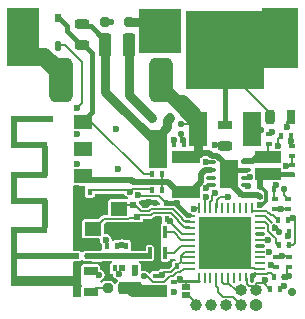
<source format=gtl>
G04 Layer_Physical_Order=1*
G04 Layer_Color=255*
%FSLAX43Y43*%
%MOMM*%
G71*
G01*
G75*
%ADD10R,1.500X3.200*%
%ADD11R,1.500X1.200*%
%ADD12R,3.000X3.800*%
%ADD13R,0.450X0.500*%
G04:AMPARAMS|DCode=14|XSize=2mm|YSize=3.75mm|CornerRadius=0.5mm|HoleSize=0mm|Usage=FLASHONLY|Rotation=180.000|XOffset=0mm|YOffset=0mm|HoleType=Round|Shape=RoundedRectangle|*
%AMROUNDEDRECTD14*
21,1,2.000,2.750,0,0,180.0*
21,1,1.000,3.750,0,0,180.0*
1,1,1.000,-0.500,1.375*
1,1,1.000,0.500,1.375*
1,1,1.000,0.500,-1.375*
1,1,1.000,-0.500,-1.375*
%
%ADD14ROUNDEDRECTD14*%
%ADD15R,1.650X2.400*%
%ADD16O,0.850X0.300*%
%ADD17R,1.000X1.000*%
G04:AMPARAMS|DCode=18|XSize=0.8mm|YSize=0.8mm|CornerRadius=0.2mm|HoleSize=0mm|Usage=FLASHONLY|Rotation=90.000|XOffset=0mm|YOffset=0mm|HoleType=Round|Shape=RoundedRectangle|*
%AMROUNDEDRECTD18*
21,1,0.800,0.400,0,0,90.0*
21,1,0.400,0.800,0,0,90.0*
1,1,0.400,0.200,0.200*
1,1,0.400,0.200,-0.200*
1,1,0.400,-0.200,-0.200*
1,1,0.400,-0.200,0.200*
%
%ADD18ROUNDEDRECTD18*%
G04:AMPARAMS|DCode=19|XSize=1.1mm|YSize=2mm|CornerRadius=0.275mm|HoleSize=0mm|Usage=FLASHONLY|Rotation=90.000|XOffset=0mm|YOffset=0mm|HoleType=Round|Shape=RoundedRectangle|*
%AMROUNDEDRECTD19*
21,1,1.100,1.450,0,0,90.0*
21,1,0.550,2.000,0,0,90.0*
1,1,0.550,0.725,0.275*
1,1,0.550,0.725,-0.275*
1,1,0.550,-0.725,-0.275*
1,1,0.550,-0.725,0.275*
%
%ADD19ROUNDEDRECTD19*%
%ADD20R,1.194X0.787*%
G04:AMPARAMS|DCode=21|XSize=1.1mm|YSize=2mm|CornerRadius=0.275mm|HoleSize=0mm|Usage=FLASHONLY|Rotation=0.000|XOffset=0mm|YOffset=0mm|HoleType=Round|Shape=RoundedRectangle|*
%AMROUNDEDRECTD21*
21,1,1.100,1.450,0,0,0.0*
21,1,0.550,2.000,0,0,0.0*
1,1,0.550,0.275,-0.725*
1,1,0.550,-0.275,-0.725*
1,1,0.550,-0.275,0.725*
1,1,0.550,0.275,0.725*
%
%ADD21ROUNDEDRECTD21*%
G04:AMPARAMS|DCode=22|XSize=0.8mm|YSize=0.8mm|CornerRadius=0.2mm|HoleSize=0mm|Usage=FLASHONLY|Rotation=0.000|XOffset=0mm|YOffset=0mm|HoleType=Round|Shape=RoundedRectangle|*
%AMROUNDEDRECTD22*
21,1,0.800,0.400,0,0,0.0*
21,1,0.400,0.800,0,0,0.0*
1,1,0.400,0.200,-0.200*
1,1,0.400,-0.200,-0.200*
1,1,0.400,-0.200,0.200*
1,1,0.400,0.200,0.200*
%
%ADD22ROUNDEDRECTD22*%
%ADD23R,0.500X0.450*%
%ADD24R,0.350X1.000*%
%ADD25R,0.400X0.600*%
%ADD26R,2.200X1.000*%
%ADD27R,0.550X0.800*%
G04:AMPARAMS|DCode=28|XSize=0.8mm|YSize=0.55mm|CornerRadius=0.138mm|HoleSize=0mm|Usage=FLASHONLY|Rotation=270.000|XOffset=0mm|YOffset=0mm|HoleType=Round|Shape=RoundedRectangle|*
%AMROUNDEDRECTD28*
21,1,0.800,0.275,0,0,270.0*
21,1,0.525,0.550,0,0,270.0*
1,1,0.275,-0.138,-0.263*
1,1,0.275,-0.138,0.263*
1,1,0.275,0.138,0.263*
1,1,0.275,0.138,-0.263*
%
%ADD28ROUNDEDRECTD28*%
%ADD29R,1.600X3.000*%
%ADD30R,6.710X6.710*%
%ADD31R,0.600X0.600*%
%ADD32R,0.550X0.500*%
%ADD33R,0.500X0.550*%
%ADD34R,0.500X0.600*%
%ADD35R,4.500X4.500*%
G04:AMPARAMS|DCode=36|XSize=0.28mm|YSize=0.85mm|CornerRadius=0.07mm|HoleSize=0mm|Usage=FLASHONLY|Rotation=180.000|XOffset=0mm|YOffset=0mm|HoleType=Round|Shape=RoundedRectangle|*
%AMROUNDEDRECTD36*
21,1,0.280,0.710,0,0,180.0*
21,1,0.140,0.850,0,0,180.0*
1,1,0.140,-0.070,0.355*
1,1,0.140,0.070,0.355*
1,1,0.140,0.070,-0.355*
1,1,0.140,-0.070,-0.355*
%
%ADD36ROUNDEDRECTD36*%
%ADD37R,0.280X0.800*%
%ADD38R,0.280X0.850*%
%ADD39R,0.850X0.280*%
G04:AMPARAMS|DCode=40|XSize=0.28mm|YSize=0.85mm|CornerRadius=0.07mm|HoleSize=0mm|Usage=FLASHONLY|Rotation=270.000|XOffset=0mm|YOffset=0mm|HoleType=Round|Shape=RoundedRectangle|*
%AMROUNDEDRECTD40*
21,1,0.280,0.710,0,0,270.0*
21,1,0.140,0.850,0,0,270.0*
1,1,0.140,-0.355,-0.070*
1,1,0.140,-0.355,0.070*
1,1,0.140,0.355,0.070*
1,1,0.140,0.355,-0.070*
%
%ADD40ROUNDEDRECTD40*%
%ADD41R,1.400X1.200*%
%ADD42C,0.700*%
G04:AMPARAMS|DCode=43|XSize=0.5mm|YSize=0.45mm|CornerRadius=0.113mm|HoleSize=0mm|Usage=FLASHONLY|Rotation=90.000|XOffset=0mm|YOffset=0mm|HoleType=Round|Shape=RoundedRectangle|*
%AMROUNDEDRECTD43*
21,1,0.500,0.225,0,0,90.0*
21,1,0.275,0.450,0,0,90.0*
1,1,0.225,0.113,0.138*
1,1,0.225,0.113,-0.138*
1,1,0.225,-0.113,-0.138*
1,1,0.225,-0.113,0.138*
%
%ADD43ROUNDEDRECTD43*%
%ADD44R,2.489X0.991*%
G04:AMPARAMS|DCode=45|XSize=0.787mm|YSize=1.194mm|CornerRadius=0.197mm|HoleSize=0mm|Usage=FLASHONLY|Rotation=90.000|XOffset=0mm|YOffset=0mm|HoleType=Round|Shape=RoundedRectangle|*
%AMROUNDEDRECTD45*
21,1,0.787,0.800,0,0,90.0*
21,1,0.394,1.194,0,0,90.0*
1,1,0.394,0.400,0.197*
1,1,0.394,0.400,-0.197*
1,1,0.394,-0.400,-0.197*
1,1,0.394,-0.400,0.197*
%
%ADD45ROUNDEDRECTD45*%
G04:AMPARAMS|DCode=46|XSize=0.5mm|YSize=0.45mm|CornerRadius=0.113mm|HoleSize=0mm|Usage=FLASHONLY|Rotation=180.000|XOffset=0mm|YOffset=0mm|HoleType=Round|Shape=RoundedRectangle|*
%AMROUNDEDRECTD46*
21,1,0.500,0.225,0,0,180.0*
21,1,0.275,0.450,0,0,180.0*
1,1,0.225,-0.138,0.113*
1,1,0.225,0.138,0.113*
1,1,0.225,0.138,-0.113*
1,1,0.225,-0.138,-0.113*
%
%ADD46ROUNDEDRECTD46*%
%ADD47R,0.787X1.194*%
G04:AMPARAMS|DCode=48|XSize=0.787mm|YSize=1.194mm|CornerRadius=0.197mm|HoleSize=0mm|Usage=FLASHONLY|Rotation=180.000|XOffset=0mm|YOffset=0mm|HoleType=Round|Shape=RoundedRectangle|*
%AMROUNDEDRECTD48*
21,1,0.787,0.800,0,0,180.0*
21,1,0.394,1.194,0,0,180.0*
1,1,0.394,-0.197,0.400*
1,1,0.394,0.197,0.400*
1,1,0.394,0.197,-0.400*
1,1,0.394,-0.197,-0.400*
%
%ADD48ROUNDEDRECTD48*%
G04:AMPARAMS|DCode=49|XSize=0.711mm|YSize=0.787mm|CornerRadius=0.178mm|HoleSize=0mm|Usage=FLASHONLY|Rotation=0.000|XOffset=0mm|YOffset=0mm|HoleType=Round|Shape=RoundedRectangle|*
%AMROUNDEDRECTD49*
21,1,0.711,0.432,0,0,0.0*
21,1,0.356,0.787,0,0,0.0*
1,1,0.356,0.178,-0.216*
1,1,0.356,-0.178,-0.216*
1,1,0.356,-0.178,0.216*
1,1,0.356,0.178,0.216*
%
%ADD49ROUNDEDRECTD49*%
%ADD50R,0.500X0.900*%
%ADD51R,0.500X0.500*%
%ADD52R,0.700X0.475*%
%ADD53C,0.400*%
%ADD54C,0.200*%
%ADD55C,0.300*%
%ADD56C,0.800*%
%ADD57C,0.500*%
%ADD58C,1.000*%
%ADD59C,1.500*%
%ADD60C,1.200*%
%ADD61C,0.150*%
%ADD62C,0.250*%
%ADD63R,0.625X2.775*%
%ADD64R,0.550X4.425*%
%ADD65R,2.125X1.000*%
%ADD66R,3.575X3.825*%
%ADD67R,2.700X5.000*%
%ADD68R,3.075X5.175*%
%ADD69R,5.200X0.500*%
%ADD70R,5.200X0.900*%
%ADD71R,3.140X0.500*%
%ADD72R,0.500X2.500*%
%ADD73R,0.500X2.700*%
%ADD74R,3.135X0.500*%
%ADD75R,0.500X5.000*%
%ADD76R,0.500X2.400*%
%ADD77R,3.365X0.500*%
%ADD78C,1.000*%
%ADD79O,1.000X0.950*%
%ADD80O,1.100X1.000*%
%ADD81C,0.600*%
G36*
X13303Y6625D02*
X13319Y6547D01*
X13322Y6446D01*
X13272Y6405D01*
X13256Y6394D01*
X13212Y6328D01*
X13196Y6250D01*
Y5250D01*
X13200Y5230D01*
Y4470D01*
X13196Y4450D01*
Y3475D01*
Y3450D01*
X13212Y3372D01*
X13256Y3306D01*
X13322Y3262D01*
X13400Y3246D01*
X13750D01*
X13828Y3262D01*
X13894Y3306D01*
X13938Y3372D01*
X13948Y3420D01*
D01*
X13954Y3450D01*
Y3475D01*
X14422D01*
X14484Y3348D01*
X14449Y3304D01*
X14325D01*
X14247Y3288D01*
X14181Y3244D01*
X14137Y3178D01*
X14121Y3100D01*
Y2854D01*
X13923Y2656D01*
X13827D01*
X13827Y2656D01*
X13710Y2633D01*
X13707Y2631D01*
X13500D01*
X13410Y2613D01*
X13300Y2635D01*
X13105Y2596D01*
X12940Y2485D01*
X12935Y2479D01*
X12575D01*
X12497Y2463D01*
X12431Y2419D01*
X12387Y2353D01*
X12373Y2286D01*
X12324Y2255D01*
X12254Y2225D01*
X12238Y2241D01*
X12174Y2284D01*
X12138Y2338D01*
X12034Y2407D01*
X11913Y2431D01*
X11637D01*
X11631Y2430D01*
X11504Y2534D01*
Y2676D01*
Y2975D01*
X11488Y3053D01*
X11444Y3119D01*
X11378Y3163D01*
X11369Y3165D01*
X11382Y3292D01*
X12089D01*
X12100Y3288D01*
X12450D01*
X12565Y3335D01*
X12612Y3450D01*
Y4450D01*
X12565Y4565D01*
X12450Y4612D01*
X12100D01*
X11985Y4565D01*
X11938Y4450D01*
Y4108D01*
X10695D01*
X10674Y4135D01*
X10639Y4235D01*
X10663Y4272D01*
X10679Y4350D01*
Y4850D01*
X10663Y4928D01*
X10619Y4994D01*
X10553Y5038D01*
X10475Y5054D01*
X10183D01*
X10120Y5096D01*
X9925Y5135D01*
X9730Y5096D01*
X9667Y5054D01*
X9300D01*
X9222Y5038D01*
X9176Y5008D01*
X9100Y5038D01*
X9059Y5071D01*
X9060Y5075D01*
X9021Y5270D01*
X8910Y5435D01*
X8745Y5546D01*
X8550Y5585D01*
X8476Y5570D01*
X8349Y5674D01*
Y6396D01*
X8522Y6569D01*
X10449D01*
X10449Y6569D01*
X10566Y6592D01*
X10568Y6594D01*
X10861D01*
X10872Y6587D01*
X10950Y6571D01*
X11500D01*
X11578Y6587D01*
X11644Y6631D01*
X11688Y6697D01*
X11704Y6775D01*
Y6894D01*
X12379D01*
X12379Y6894D01*
X12496Y6917D01*
X12595Y6984D01*
X12637Y7025D01*
X13303D01*
Y6625D01*
D02*
G37*
G36*
X6570Y3372D02*
X6585Y3335D01*
X6700Y3288D01*
X7150D01*
X7161Y3292D01*
X7382D01*
X7385Y3285D01*
X7500Y3238D01*
X8100D01*
X8215Y3285D01*
X8218Y3292D01*
X9043D01*
X9056Y3165D01*
X9047Y3163D01*
X8981Y3119D01*
X8937Y3053D01*
X8921Y2975D01*
Y2375D01*
X8937Y2297D01*
X8981Y2231D01*
X9047Y2187D01*
X9125Y2171D01*
X9151D01*
X9179Y2030D01*
X9290Y1865D01*
X9455Y1754D01*
X9496Y1746D01*
X9533Y1617D01*
X9428Y1460D01*
X9407Y1355D01*
X9277D01*
X9277Y1356D01*
X9188Y1488D01*
X9056Y1577D01*
X8900Y1608D01*
X8500D01*
X8344Y1577D01*
X8212Y1488D01*
X8202Y1474D01*
X8075Y1513D01*
Y1645D01*
X8120Y1654D01*
X8285Y1765D01*
X8396Y1930D01*
X8435Y2125D01*
X8396Y2320D01*
X8285Y2485D01*
X8120Y2596D01*
X8051Y2610D01*
Y2808D01*
X8043Y2848D01*
X8035Y2886D01*
X7991Y2952D01*
X7925Y2996D01*
X7847Y3012D01*
X6653D01*
X6575Y2996D01*
X6509Y2952D01*
X6465Y2886D01*
X6449Y2808D01*
Y2020D01*
X6463Y1950D01*
X6475Y1825D01*
X6475Y1825D01*
Y1275D01*
X6515Y1235D01*
X6509Y1174D01*
X6465Y1108D01*
X6449Y1030D01*
Y255D01*
X5800D01*
Y2640D01*
Y3172D01*
X5850Y3288D01*
X6300D01*
X6415Y3335D01*
X6431Y3375D01*
X6569D01*
X6570Y3372D01*
D02*
G37*
G36*
X6812Y9523D02*
X6806Y9519D01*
X6762Y9453D01*
X6746Y9375D01*
Y8875D01*
X6762Y8797D01*
X6806Y8731D01*
X6872Y8687D01*
X6950Y8671D01*
X7400D01*
X7478Y8687D01*
X7544Y8731D01*
X7588Y8797D01*
X7604Y8875D01*
Y8969D01*
X10101D01*
X10104Y8955D01*
X10215Y8790D01*
X10380Y8679D01*
X10408Y8673D01*
X10430Y8540D01*
X10394Y8519D01*
X10345Y8529D01*
X8945D01*
X8867Y8513D01*
X8801Y8469D01*
X8757Y8403D01*
X8741Y8325D01*
Y7181D01*
X8395D01*
X8278Y7158D01*
X8179Y7091D01*
X8179Y7091D01*
X7916Y6829D01*
X6745D01*
X6667Y6813D01*
X6601Y6769D01*
X6557Y6703D01*
X6541Y6625D01*
Y5425D01*
X6557Y5347D01*
X6601Y5281D01*
X6667Y5237D01*
X6745Y5221D01*
X7969D01*
X8050Y5123D01*
X8040Y5075D01*
X8079Y4880D01*
X8190Y4715D01*
X8246Y4677D01*
Y4350D01*
X8262Y4272D01*
X8177Y4169D01*
X8132Y4149D01*
X8100Y4162D01*
X7500D01*
X7385Y4115D01*
X7382Y4108D01*
X7161D01*
X7150Y4112D01*
X6700D01*
X6585Y4065D01*
X6569Y4025D01*
X6431D01*
D01*
X6415Y4065D01*
X6300Y4112D01*
X5913D01*
X5912Y4112D01*
X5800D01*
Y6475D01*
Y9650D01*
X6773D01*
X6812Y9523D01*
D02*
G37*
G36*
X13171Y8221D02*
Y8031D01*
X12409D01*
X12292Y8007D01*
X12193Y7941D01*
X12193Y7941D01*
X12107Y7856D01*
X11648D01*
X11329Y8175D01*
Y8350D01*
X11324Y8375D01*
X11470Y8404D01*
X11605Y8494D01*
X12898D01*
X13171Y8221D01*
D02*
G37*
D10*
X13000Y12800D02*
D03*
D11*
X6600Y10500D02*
D03*
Y12800D02*
D03*
Y15100D02*
D03*
D12*
X13175Y22750D02*
D03*
D13*
X23125Y6800D02*
D03*
X23975D02*
D03*
X9525Y4600D02*
D03*
X8675D02*
D03*
X10250Y4600D02*
D03*
X11100D02*
D03*
X22475Y925D02*
D03*
X23325D02*
D03*
X13700Y2850D02*
D03*
X14550D02*
D03*
X13600Y8225D02*
D03*
X12750D02*
D03*
X13732Y6875D02*
D03*
X12882D02*
D03*
X22750Y1925D02*
D03*
X23600D02*
D03*
X24025Y5750D02*
D03*
X23350Y13900D02*
D03*
X24200D02*
D03*
X12475Y10625D02*
D03*
X13325D02*
D03*
X6925Y3700D02*
D03*
X6075D02*
D03*
X22800Y9425D02*
D03*
X23175Y4675D02*
D03*
X24025D02*
D03*
X7175Y9125D02*
D03*
X6325D02*
D03*
X15125Y13200D02*
D03*
X14275D02*
D03*
X12475Y9300D02*
D03*
X13325D02*
D03*
D14*
X13250Y18650D02*
D03*
X4750D02*
D03*
D15*
X18950Y10675D02*
D03*
D16*
X20425Y11650D02*
D03*
Y11000D02*
D03*
Y10350D02*
D03*
Y9700D02*
D03*
X17475D02*
D03*
Y10350D02*
D03*
Y11000D02*
D03*
Y11650D02*
D03*
D17*
X12500Y750D02*
D03*
D18*
X8700Y1000D02*
D03*
D19*
X10600D02*
D03*
D20*
X7250Y636D02*
D03*
Y2414D02*
D03*
X18625Y14789D02*
D03*
D21*
X10500Y21600D02*
D03*
X8500D02*
D03*
D22*
X10500Y23500D02*
D03*
X8500D02*
D03*
D23*
X24275Y10550D02*
D03*
Y11400D02*
D03*
X22875Y7675D02*
D03*
Y8525D02*
D03*
X21575Y8750D02*
D03*
Y9600D02*
D03*
X22400Y13225D02*
D03*
Y14075D02*
D03*
X23950Y7700D02*
D03*
Y8550D02*
D03*
X14325Y1525D02*
D03*
Y675D02*
D03*
X12825Y2050D02*
D03*
Y2900D02*
D03*
X24025Y3650D02*
D03*
Y2800D02*
D03*
X11775Y2850D02*
D03*
X22975Y2800D02*
D03*
Y3650D02*
D03*
X24275Y12175D02*
D03*
Y13025D02*
D03*
D24*
X12275Y5750D02*
D03*
X12925D02*
D03*
X12275Y3950D02*
D03*
X12925D02*
D03*
X13575D02*
D03*
Y5750D02*
D03*
D25*
X9325Y2675D02*
D03*
X8625D02*
D03*
D26*
X22275Y12100D02*
D03*
Y10700D02*
D03*
D27*
X4525Y23875D02*
D03*
D28*
Y21525D02*
D03*
D29*
X16345Y14500D02*
D03*
X20905D02*
D03*
D30*
X18625Y21150D02*
D03*
D31*
X7800Y3700D02*
D03*
Y4700D02*
D03*
D32*
X11225Y6025D02*
D03*
Y7025D02*
D03*
D33*
X11875Y8075D02*
D03*
X10875D02*
D03*
D34*
X9950Y2675D02*
D03*
X11050D02*
D03*
D35*
X18650Y4850D02*
D03*
D36*
X20900Y1875D02*
D03*
D37*
X20400Y1900D02*
D03*
X19900D02*
D03*
D38*
X19400Y1875D02*
D03*
X18900D02*
D03*
X18400D02*
D03*
X17900D02*
D03*
X17400D02*
D03*
X16900D02*
D03*
X16400D02*
D03*
Y7825D02*
D03*
X16900D02*
D03*
X17400D02*
D03*
X17900D02*
D03*
X18400D02*
D03*
X18900D02*
D03*
X19400D02*
D03*
X19900D02*
D03*
X20400D02*
D03*
X20900D02*
D03*
D39*
X15675Y2600D02*
D03*
Y3100D02*
D03*
Y3600D02*
D03*
Y4100D02*
D03*
Y4600D02*
D03*
Y5100D02*
D03*
Y5600D02*
D03*
Y6100D02*
D03*
Y6600D02*
D03*
Y7100D02*
D03*
X21625D02*
D03*
Y6600D02*
D03*
Y6100D02*
D03*
Y5100D02*
D03*
Y4100D02*
D03*
Y3600D02*
D03*
Y3100D02*
D03*
Y2600D02*
D03*
D40*
Y5600D02*
D03*
Y4600D02*
D03*
D41*
X7445Y6025D02*
D03*
X9645D02*
D03*
Y7725D02*
D03*
X7445D02*
D03*
D42*
X24300Y700D02*
D03*
D43*
X23175Y5750D02*
D03*
X23650Y9425D02*
D03*
D44*
X15325Y9126D02*
D03*
Y12124D02*
D03*
D45*
X6525Y21586D02*
D03*
Y23364D02*
D03*
X18625Y13011D02*
D03*
D46*
X11775Y2000D02*
D03*
X14875Y14900D02*
D03*
Y14050D02*
D03*
D47*
X24264Y15450D02*
D03*
D48*
X22486D02*
D03*
D49*
X12451Y15400D02*
D03*
X13949D02*
D03*
D50*
X5662Y1600D02*
D03*
D51*
Y3700D02*
D03*
D52*
X15350Y1125D02*
D03*
Y450D02*
D03*
D53*
X13650Y8175D02*
X14392D01*
X5250Y22750D02*
Y23200D01*
Y22750D02*
X6239Y21761D01*
X8500Y21600D02*
Y21950D01*
X7250Y23200D02*
X8500Y21950D01*
X6900Y23200D02*
X7250D01*
X15407Y7160D02*
X15621D01*
X7375Y15875D02*
Y20911D01*
X6600Y15100D02*
X7375Y15875D01*
X18625Y14789D02*
Y19650D01*
X16000Y12375D02*
X16345D01*
X15749Y12124D02*
X16000Y12375D01*
X15325Y12124D02*
X15749D01*
X21625Y10600D02*
X21725Y10700D01*
X22275D01*
X22425Y10900D02*
X22450Y10925D01*
X22425Y10700D02*
X24300D01*
X22425D02*
Y10900D01*
X6525Y23539D02*
X6561D01*
X6900Y23200D01*
X14392Y8175D02*
X15407Y7160D01*
X4525Y23925D02*
X5250Y23200D01*
X6239Y21761D02*
X6525D01*
X7375Y20911D01*
X22275Y12325D02*
X22450D01*
X19275Y11000D02*
X20425D01*
D54*
X13600Y8225D02*
X13650Y8175D01*
X14206Y7725D02*
X15000Y6931D01*
X12409Y7725D02*
X14206D01*
X14061Y7375D02*
X14650Y6786D01*
X12554Y7375D02*
X14061D01*
X12234Y7550D02*
X12409Y7725D01*
X12379Y7200D02*
X12554Y7375D01*
X11350Y8800D02*
X13025D01*
X14050Y2350D02*
X14550Y2850D01*
X13827Y2350D02*
X14050D01*
X13802Y2325D02*
X13827Y2350D01*
X13500Y2325D02*
X13802D01*
X13472Y1500D02*
X13972Y2000D01*
X14248D01*
X13300Y2125D02*
X13500Y2325D01*
X20500Y1709D02*
X20510Y1699D01*
Y1387D02*
Y1699D01*
Y1387D02*
X20697Y1200D01*
X6100Y16250D02*
X6525Y16675D01*
X7045Y8125D02*
X7445Y7725D01*
X6100Y8125D02*
X7045D01*
X11050Y4700D02*
X11100Y4650D01*
X11050Y4700D02*
Y5525D01*
X13325Y9300D02*
Y9975D01*
X11275Y8875D02*
X11350Y8800D01*
X13025D02*
X13600Y8225D01*
X10825Y9425D02*
X12325D01*
X10675Y9275D02*
X10825Y9425D01*
X7175Y9125D02*
X7325Y9275D01*
X14650Y6711D02*
Y6786D01*
X15000Y6856D02*
Y6931D01*
Y6356D02*
Y6361D01*
X14650Y6711D02*
X15000Y6361D01*
Y6856D02*
X15146Y6710D01*
X15565Y6210D02*
X15675Y6100D01*
X15146Y6210D02*
X15565D01*
X15000Y6356D02*
X15146Y6210D01*
Y6710D02*
X15565D01*
X12546Y1500D02*
X13472D01*
X12021Y2025D02*
X12546Y1500D01*
X24400Y4675D02*
X24525Y4800D01*
X22975Y9750D02*
X23025D01*
X20900Y7525D02*
X20935Y7490D01*
X20900Y7525D02*
Y7825D01*
X15945Y14900D02*
X16345Y14500D01*
X14875Y14900D02*
X15945D01*
X22725Y7200D02*
X23125Y6800D01*
X22522Y7200D02*
X22725D01*
X7250Y636D02*
X7614Y1000D01*
X8700D01*
X10449Y6875D02*
X10474Y6900D01*
X8395Y6875D02*
X10449D01*
X13325Y9975D02*
Y10625D01*
X11225Y7025D02*
X11400Y7200D01*
X12379D01*
X12250Y8275D02*
X12300Y8225D01*
X12750D01*
X11521Y7550D02*
X12234D01*
X6525Y16675D02*
Y20175D01*
X5125Y21575D02*
X6525Y20175D01*
X17825Y13150D02*
X18486D01*
X18625Y13011D01*
X18203Y8700D02*
X18900D01*
X17925Y8422D02*
X18203Y8700D01*
X17925Y7850D02*
Y8422D01*
X17900Y7825D02*
X17925Y7850D01*
X17575Y8850D02*
X17750Y9025D01*
X17575Y8447D02*
Y8850D01*
X17400Y8272D02*
X17575Y8447D01*
X17400Y7825D02*
Y8272D01*
X16900Y8550D02*
X17025Y8675D01*
X16900Y7825D02*
Y8550D01*
X23925Y2700D02*
X24025Y2800D01*
X23475Y3700D02*
X23975D01*
X24025Y3650D01*
X16000Y7700D02*
X16125Y7825D01*
X16400D01*
X22809Y5330D02*
X22925Y5215D01*
X22300Y5853D02*
X22793Y5360D01*
X22925Y4825D02*
Y5215D01*
Y4825D02*
X23075Y4675D01*
X22044Y6600D02*
X22300Y6344D01*
Y5853D02*
Y6344D01*
X22044Y7100D02*
X22650Y6494D01*
X21625Y7100D02*
X22044D01*
X21625Y6600D02*
X22044D01*
X23925Y14761D02*
Y15175D01*
X23957Y15143D02*
X24264Y15450D01*
X23926Y14601D02*
Y14760D01*
X23925Y14761D02*
X23926Y14760D01*
X23101Y13051D02*
Y13651D01*
X23350Y13900D01*
X18625Y19650D02*
Y21150D01*
Y19650D02*
X22486Y15789D01*
Y15450D02*
Y15789D01*
X24200Y13900D02*
X24275Y13825D01*
X22275Y12325D02*
Y13100D01*
X22400Y13225D01*
X22700Y9425D02*
X22800D01*
X22875Y7675D02*
X22900Y7700D01*
X23650Y8850D02*
X23950Y8550D01*
X23650Y8850D02*
Y9425D01*
X22800Y8600D02*
X22875Y8525D01*
X22800Y8600D02*
Y9425D01*
X9745Y7725D02*
X10095Y8075D01*
X10875D01*
X10996D01*
X11521Y7550D01*
X15129Y2600D02*
X15675D01*
X14248Y2000D02*
X14573Y2325D01*
X14854D01*
X15129Y2600D01*
X20800Y2700D02*
X21125D01*
X21200Y2625D01*
X21600D01*
X21625Y2600D01*
X14900Y3600D02*
X15675D01*
X13575Y3950D02*
X14275D01*
X14925Y4600D01*
X14925Y5100D02*
X15675D01*
X13575Y5750D02*
X14275D01*
X14925Y5100D01*
X15000Y5600D02*
X15675D01*
X15565Y6710D02*
X15675Y6600D01*
X14900Y3250D02*
X15050Y3100D01*
X15675D01*
X14925Y4600D02*
X15675D01*
X14900Y3250D02*
Y3600D01*
Y3750D02*
X15250Y4100D01*
X14900Y3600D02*
Y3750D01*
X15250Y4100D02*
X15675D01*
X6600Y15100D02*
X7325D01*
X11800Y10625D01*
X12475D01*
X12950Y13100D02*
X13000Y13050D01*
X20697Y1200D02*
X21103D01*
X21175D02*
X21375Y1400D01*
X21900D01*
X17900Y1203D02*
Y1875D01*
Y1203D02*
X18065Y1038D01*
Y635D02*
Y1038D01*
X21185Y2160D02*
X21235Y2210D01*
X22750Y1925D02*
Y2053D01*
X20500Y1709D02*
Y1875D01*
X23925Y4675D02*
X24025D01*
X24400D01*
X7445Y5925D02*
X8395Y6875D01*
X10474Y6900D02*
X11275D01*
X11775Y2025D02*
X12021D01*
X15350Y450D02*
X15474D01*
X16220Y-296D01*
Y-470D02*
Y-296D01*
X15350Y1125D02*
Y1400D01*
X15525Y1575D01*
X24525Y4800D02*
Y6800D01*
X20935Y7490D02*
X22154D01*
X22300Y7344D01*
X22378D01*
X22522Y7200D01*
X24375Y6950D02*
X24525Y6800D01*
X19200Y4300D02*
X20300Y3200D01*
X20725Y2775D01*
X13000Y13050D02*
X13605Y12445D01*
X14525Y2875D02*
X14900Y3250D01*
X13975Y6625D02*
X15000Y5600D01*
X20400Y1875D02*
X20500D01*
X21900Y1400D02*
X22475Y825D01*
X21235Y2210D02*
X22154D01*
X22219Y2275D01*
X22528D01*
X22750Y2053D01*
X7325Y9275D02*
X10675D01*
X12325Y9425D02*
X12475Y9275D01*
X23925Y15175D02*
X23957Y15143D01*
X24300Y11550D02*
Y12325D01*
X4525Y21575D02*
X5125D01*
X23925Y1925D02*
Y2700D01*
X22900Y7700D02*
X23950D01*
X24275Y13025D02*
Y13825D01*
D55*
X21625Y8050D02*
X21774D01*
X22125Y8401D01*
Y9099D01*
X21774Y9450D02*
X22125Y9099D01*
X21575Y9450D02*
Y9600D01*
X20900Y1875D02*
X21185Y2160D01*
X21575Y9450D02*
X21774D01*
D56*
X8500Y17625D02*
Y21600D01*
X12425Y23500D02*
X13175Y22750D01*
X10500Y23500D02*
X12425D01*
X12950Y13825D02*
X13750Y14625D01*
Y15201D01*
X13949Y15400D01*
X10500Y17351D02*
X12451Y15400D01*
X10500Y17351D02*
Y21600D01*
X8500Y17625D02*
X12950Y13175D01*
X13000Y13125D01*
Y12800D02*
Y13050D01*
Y13125D01*
X12950Y13100D02*
Y13175D01*
Y13825D01*
X16345Y12375D02*
Y14500D01*
D57*
X10725Y10125D02*
X10875Y9975D01*
X7225Y10125D02*
X10725D01*
X10875Y9975D02*
X13325D01*
X16925Y11000D02*
X17475D01*
X16575Y10650D02*
X16925Y11000D01*
X20050Y8900D02*
X21425D01*
X21575Y8750D01*
X13325Y9975D02*
X13825D01*
X17315Y12400D02*
X17515Y12200D01*
X16735Y12400D02*
X17315D01*
X23600Y1925D02*
X23925D01*
X21375Y12100D02*
X22275D01*
X17515Y12200D02*
X17978D01*
X16710Y12375D02*
X16735Y12400D01*
X15325Y12124D02*
Y12375D01*
X18950Y10675D02*
X19275Y11000D01*
X21000Y11725D02*
X21375Y12100D01*
X16575Y10000D02*
Y10650D01*
X15701Y9126D02*
X16575Y10000D01*
X15325Y9126D02*
X15701D01*
X18950Y10000D02*
Y10675D01*
X14674Y9126D02*
X15325D01*
X13825Y9975D02*
X14674Y9126D01*
X5662Y1600D02*
X6175D01*
X6200Y1575D01*
X6925Y3700D02*
X7800D01*
X12200D01*
X16345Y12375D02*
X16710D01*
X21625Y9575D02*
Y10600D01*
X20250Y11725D02*
X21000D01*
X15325Y12375D02*
X16000D01*
X17978Y12200D02*
X18950Y11228D01*
Y10000D02*
X20050Y8900D01*
X6550Y10800D02*
X7225Y10125D01*
D58*
X10600Y1000D02*
X10850Y750D01*
X12500D01*
D59*
X4750Y18650D02*
Y19190D01*
X3345Y20595D02*
X4750Y19190D01*
X2655Y20595D02*
X3345D01*
X1550Y21425D02*
X1825D01*
X14975Y16550D02*
X16345Y15180D01*
Y14500D02*
Y15180D01*
X1825Y21425D02*
X2655Y20595D01*
D60*
X14725Y16550D02*
X14975D01*
X13625Y17650D02*
X14725Y16550D01*
X13625Y17650D02*
Y18725D01*
D61*
X18900Y1438D02*
Y1875D01*
X19538Y800D02*
X20030D01*
X18532Y1350D02*
X18988D01*
X19538Y800D01*
X18400Y1482D02*
X18532Y1350D01*
X18400Y1482D02*
Y1875D01*
X18900Y1438D02*
X18988Y1350D01*
X18065Y635D02*
X18450Y250D01*
X19310D01*
X20030Y-470D01*
D62*
X14650Y1575D02*
X15525D01*
X16400D01*
X22675Y6386D02*
X23125Y5936D01*
D63*
X6113Y1720D02*
D03*
D64*
X12925Y4887D02*
D03*
D65*
X12688Y725D02*
D03*
D66*
X13137Y22737D02*
D03*
D67*
X1550Y22275D02*
D03*
D68*
X23263Y22163D02*
D03*
D69*
X3310Y3700D02*
D03*
D70*
X3313Y1600D02*
D03*
D71*
X2080Y13100D02*
D03*
Y8400D02*
D03*
Y10600D02*
D03*
D72*
X3400Y11800D02*
D03*
X760Y14300D02*
D03*
D73*
Y9500D02*
D03*
D74*
X2082Y5900D02*
D03*
D75*
X760Y3650D02*
D03*
D76*
X3400Y7245D02*
D03*
D77*
X2392Y15300D02*
D03*
D78*
X16220Y-470D02*
D03*
X17490D02*
D03*
X20030D02*
D03*
D79*
X18760D02*
D03*
X20030Y800D02*
D03*
X21300D02*
D03*
D80*
Y-470D02*
D03*
D81*
X12225Y8250D02*
D03*
X19975Y9000D02*
D03*
X17750Y9025D02*
D03*
X21625Y8050D02*
D03*
X9650Y2225D02*
D03*
X8300Y2775D02*
D03*
X11475Y4625D02*
D03*
X12925Y4850D02*
D03*
X6100Y16250D02*
D03*
Y500D02*
D03*
Y6600D02*
D03*
Y8125D02*
D03*
Y9450D02*
D03*
Y14025D02*
D03*
X10575Y6325D02*
D03*
Y9150D02*
D03*
X11275Y8875D02*
D03*
X17025Y11700D02*
D03*
X14300Y13575D02*
D03*
X12750Y950D02*
D03*
X12175Y525D02*
D03*
X2550Y21650D02*
D03*
X550Y20100D02*
D03*
X2550Y24400D02*
D03*
X550Y24425D02*
D03*
X24450Y20175D02*
D03*
X24425Y24400D02*
D03*
X13175Y22750D02*
D03*
X14625Y21125D02*
D03*
X11650D02*
D03*
X14625Y24300D02*
D03*
X11650D02*
D03*
X14000Y6650D02*
D03*
X14529Y8179D02*
D03*
X13300Y2125D02*
D03*
X20600Y9625D02*
D03*
X20725Y10375D02*
D03*
X19450Y9925D02*
D03*
X22975Y9750D02*
D03*
X8550Y5075D02*
D03*
X7250Y4650D02*
D03*
X7925Y2125D02*
D03*
X9925Y4625D02*
D03*
X11050Y5525D02*
D03*
X12175Y6450D02*
D03*
X11850Y5725D02*
D03*
X12925Y6425D02*
D03*
X15050Y13575D02*
D03*
X17825Y13150D02*
D03*
X18900Y8700D02*
D03*
X17025Y8675D02*
D03*
X24050Y2050D02*
D03*
X23475Y3700D02*
D03*
X21700Y18100D02*
D03*
X24225Y13450D02*
D03*
X23926Y14601D02*
D03*
X22651Y14251D02*
D03*
X21700Y14425D02*
D03*
X23101Y13051D02*
D03*
X23825Y11375D02*
D03*
X16735Y12400D02*
D03*
X23350Y7725D02*
D03*
X17050Y9475D02*
D03*
X8975Y23525D02*
D03*
X19450Y11425D02*
D03*
X18450D02*
D03*
Y9925D02*
D03*
X18950Y10675D02*
D03*
X15575Y22525D02*
D03*
Y18100D02*
D03*
X13425Y2875D02*
D03*
X17000Y6500D02*
D03*
X18100D02*
D03*
X19200D02*
D03*
X20300D02*
D03*
X17000Y5400D02*
D03*
X18100D02*
D03*
X19200D02*
D03*
X20300D02*
D03*
X19200Y4300D02*
D03*
X6200Y1575D02*
D03*
X6125Y4650D02*
D03*
Y2750D02*
D03*
X12100Y2825D02*
D03*
X12900Y3250D02*
D03*
X10975Y2250D02*
D03*
X14801Y1775D02*
D03*
X15575Y20900D02*
D03*
Y24175D02*
D03*
X21675D02*
D03*
X21775Y20925D02*
D03*
X16000Y7700D02*
D03*
X6125Y11550D02*
D03*
X9400Y14475D02*
D03*
X9575Y11075D02*
D03*
X14325Y675D02*
D03*
X23650Y1175D02*
D03*
X22051Y1650D02*
D03*
X23975Y5375D02*
D03*
X24375Y6950D02*
D03*
X22850Y6100D02*
D03*
X22275Y5100D02*
D03*
X22325Y4100D02*
D03*
X20300Y3200D02*
D03*
Y4300D02*
D03*
X19200Y3200D02*
D03*
X18100D02*
D03*
Y4300D02*
D03*
X17000Y3200D02*
D03*
Y4300D02*
D03*
X22500Y2975D02*
D03*
M02*

</source>
